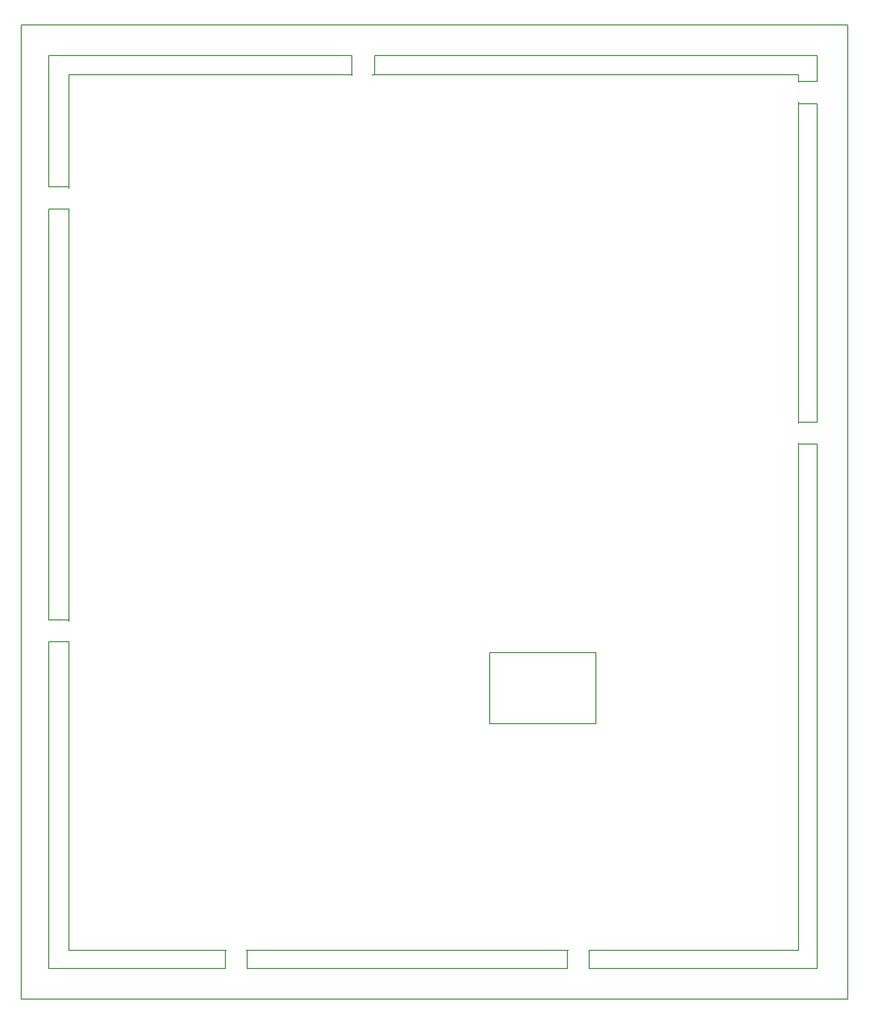
<source format=gm1>
G04 #@! TF.FileFunction,Profile,NP*
%FSLAX46Y46*%
G04 Gerber Fmt 4.6, Leading zero omitted, Abs format (unit mm)*
G04 Created by KiCad (PCBNEW 4.0.7) date Tue Jun  4 16:27:17 2019*
%MOMM*%
%LPD*%
G01*
G04 APERTURE LIST*
%ADD10C,0.150000*%
%ADD11C,0.200000*%
G04 APERTURE END LIST*
D10*
D11*
X159026280Y-37849680D02*
X159026280Y-89881580D01*
X83023780Y-29983980D02*
X83023780Y-30083980D01*
X33523780Y-29983980D02*
X83023780Y-29983980D01*
X33523780Y-51383980D02*
X33523780Y-29983980D01*
X33523780Y-122083980D02*
X33523780Y-55083980D01*
X33523780Y-178983980D02*
X33523780Y-125683980D01*
X62323780Y-178983980D02*
X33523780Y-178983980D01*
X118223780Y-178983980D02*
X65923780Y-178983980D01*
X159023780Y-178983980D02*
X121823780Y-178983980D01*
X159023780Y-93483980D02*
X159023780Y-178983980D01*
X159023780Y-89883980D02*
X156023780Y-89883980D01*
X86723780Y-29983980D02*
X159023780Y-29983980D01*
X156023780Y-89983980D02*
X156023780Y-37533980D01*
X156023780Y-93233980D02*
X155973780Y-93233980D01*
X156023780Y-176083980D02*
X156023780Y-93233980D01*
X121723780Y-176083980D02*
X156023780Y-176083980D01*
X65823780Y-176083980D02*
X118423780Y-176083980D01*
X36773780Y-176083980D02*
X62523780Y-176083980D01*
X36773780Y-125583980D02*
X36773780Y-176083980D01*
X36773780Y-54933980D02*
X36773780Y-122283980D01*
X36773780Y-33133980D02*
X36773780Y-51683980D01*
X83123780Y-33133980D02*
X36773780Y-33133980D01*
X86423780Y-33133980D02*
X86423780Y-33083980D01*
X156023780Y-33133980D02*
X86423780Y-33133980D01*
X156023780Y-34283980D02*
X156023780Y-33133980D01*
X65823780Y-176083980D02*
X65723780Y-176083980D01*
X65923780Y-178983980D02*
X65923780Y-176083980D01*
X121823780Y-178983980D02*
X121823780Y-176083980D01*
X118273780Y-178983980D02*
X118273780Y-176083980D01*
X36823780Y-125683980D02*
X33523780Y-125683980D01*
X36723780Y-122283980D02*
X36723780Y-122183980D01*
X33573780Y-122083980D02*
X36773780Y-122083980D01*
X33523780Y-55083980D02*
X36723780Y-55083980D01*
X33523780Y-51383980D02*
X36823780Y-51383980D01*
X83023780Y-29983980D02*
X83023780Y-33183980D01*
X86723780Y-33083980D02*
X86723780Y-29983980D01*
X159023780Y-29983980D02*
X159023780Y-34233980D01*
X156023780Y-34233980D02*
X159023780Y-34233980D01*
X156023780Y-37852280D02*
X159023780Y-37852280D01*
X156023780Y-93433980D02*
X159023780Y-93433980D01*
X158023780Y-178983980D02*
X159023780Y-178983980D01*
X62373780Y-175983980D02*
X62373780Y-178983980D01*
X29023780Y-24983980D02*
X164023780Y-24983980D01*
X29023780Y-183983980D02*
X29023780Y-24983980D01*
X164023780Y-183983980D02*
X29023780Y-183983980D01*
X164023780Y-24983980D02*
X164023780Y-183983980D01*
X86423780Y-33083980D02*
X86423780Y-33183980D01*
X159023780Y-178983980D02*
X159023780Y-94283980D01*
X105549700Y-127482600D02*
X122936000Y-127482600D01*
X105552240Y-139047220D02*
X105552240Y-127482600D01*
X122936000Y-139047220D02*
X122936000Y-127482600D01*
X105549700Y-139047220D02*
X122936000Y-139047220D01*
M02*

</source>
